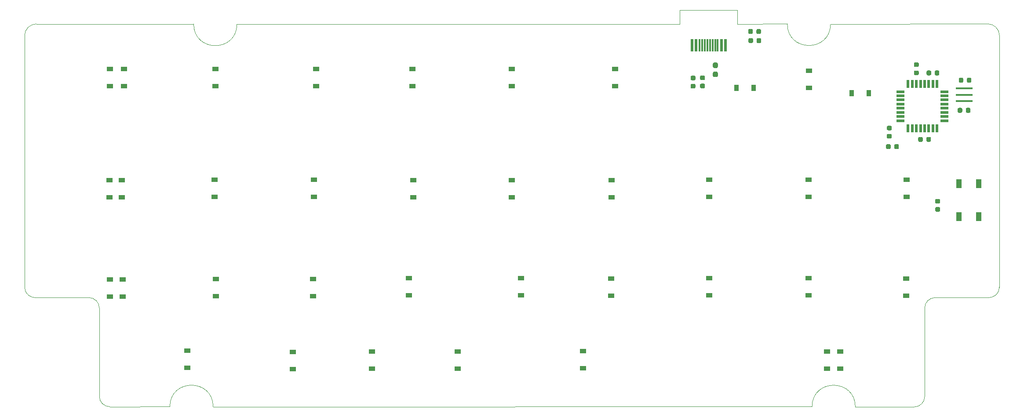
<source format=gbr>
G04 #@! TF.GenerationSoftware,KiCad,Pcbnew,(5.99.0-2555-g9cc6a77cc-dirty)*
G04 #@! TF.CreationDate,2020-09-08T07:39:34-05:00*
G04 #@! TF.ProjectId,_33,5f33332e-6b69-4636-9164-5f7063625858,rev?*
G04 #@! TF.SameCoordinates,Original*
G04 #@! TF.FileFunction,Paste,Bot*
G04 #@! TF.FilePolarity,Positive*
%FSLAX46Y46*%
G04 Gerber Fmt 4.6, Leading zero omitted, Abs format (unit mm)*
G04 Created by KiCad (PCBNEW (5.99.0-2555-g9cc6a77cc-dirty)) date 2020-09-08 07:39:34*
%MOMM*%
%LPD*%
G01*
G04 APERTURE LIST*
G04 #@! TA.AperFunction,Profile*
%ADD10C,0.050000*%
G04 #@! TD*
G04 #@! TA.AperFunction,Profile*
%ADD11C,0.100000*%
G04 #@! TD*
%ADD12R,1.200000X0.900000*%
%ADD13R,0.900000X1.200000*%
%ADD14R,1.000000X1.700000*%
%ADD15R,3.200000X0.400000*%
%ADD16R,0.600000X2.450000*%
%ADD17R,0.300000X2.450000*%
%ADD18R,1.600000X0.550000*%
%ADD19R,0.550000X1.600000*%
G04 APERTURE END LIST*
D10*
X241750000Y-48140000D02*
G75*
G02*
X244000199Y-50390199I0J-2250199D01*
G01*
X182420000Y-48160000D02*
X97178803Y-48212991D01*
X227600000Y-121950000D02*
X216250000Y-121940000D01*
X84250000Y-121887009D02*
X72680000Y-121910000D01*
X207910222Y-121897009D02*
G75*
G02*
X216250000Y-121940000I4169778J-42991D01*
G01*
X72680000Y-121910000D02*
G75*
G02*
X70670000Y-119900000I0J2010000D01*
G01*
X231620000Y-100890000D02*
X241980000Y-100890000D01*
X241980000Y-100890000D02*
G75*
G03*
X243990000Y-98880000I0J2010000D01*
G01*
X229610000Y-119940000D02*
X229610000Y-102900000D01*
X231620000Y-100890000D02*
G75*
G03*
X229610000Y-102900000I0J-2010000D01*
G01*
X227600000Y-121950000D02*
G75*
G03*
X229610000Y-119940000I0J2010000D01*
G01*
X56289801Y-50410000D02*
G75*
G02*
X58540000Y-48159801I2250199J0D01*
G01*
D11*
X56290000Y-98880000D02*
X56289801Y-50410000D01*
D10*
X68660000Y-100890000D02*
G75*
G02*
X70670000Y-102900000I0J-2010000D01*
G01*
X211489778Y-48182991D02*
G75*
G02*
X203150000Y-48140000I-4169778J42991D01*
G01*
X58540000Y-48159801D02*
X88839025Y-48170000D01*
X84250000Y-121887009D02*
G75*
G02*
X92589778Y-121930000I4169778J-42991D01*
G01*
D11*
X244000199Y-50390199D02*
X243990000Y-98880000D01*
D10*
X58300000Y-100890000D02*
G75*
G02*
X56290000Y-98880000I0J2010000D01*
G01*
X182420000Y-48160000D02*
X182420000Y-45500000D01*
X241750000Y-48140000D02*
X211489778Y-48182991D01*
D11*
X207910222Y-121897009D02*
X92589778Y-121930000D01*
D10*
X68660000Y-100890000D02*
X58300000Y-100890000D01*
X182420000Y-45500000D02*
X193510000Y-45500000D01*
X97178803Y-48212991D02*
G75*
G02*
X88839025Y-48170000I-4169778J42991D01*
G01*
X70670000Y-119900000D02*
X70670000Y-102900000D01*
X193510000Y-45500000D02*
X193510000Y-48160000D01*
X193510000Y-48160000D02*
X203150000Y-48140000D01*
G36*
G01*
X232425000Y-57343750D02*
X232425000Y-57856250D01*
G75*
G02*
X232206250Y-58075000I-218750J0D01*
G01*
X231768750Y-58075000D01*
G75*
G02*
X231550000Y-57856250I0J218750D01*
G01*
X231550000Y-57343750D01*
G75*
G02*
X231768750Y-57125000I218750J0D01*
G01*
X232206250Y-57125000D01*
G75*
G02*
X232425000Y-57343750I0J-218750D01*
G01*
G37*
G36*
G01*
X230850000Y-57343750D02*
X230850000Y-57856250D01*
G75*
G02*
X230631250Y-58075000I-218750J0D01*
G01*
X230193750Y-58075000D01*
G75*
G02*
X229975000Y-57856250I0J218750D01*
G01*
X229975000Y-57343750D01*
G75*
G02*
X230193750Y-57125000I218750J0D01*
G01*
X230631250Y-57125000D01*
G75*
G02*
X230850000Y-57343750I0J-218750D01*
G01*
G37*
G36*
G01*
X236162500Y-59256250D02*
X236162500Y-58743750D01*
G75*
G02*
X236381250Y-58525000I218750J0D01*
G01*
X236818750Y-58525000D01*
G75*
G02*
X237037500Y-58743750I0J-218750D01*
G01*
X237037500Y-59256250D01*
G75*
G02*
X236818750Y-59475000I-218750J0D01*
G01*
X236381250Y-59475000D01*
G75*
G02*
X236162500Y-59256250I0J218750D01*
G01*
G37*
G36*
G01*
X237737500Y-59256250D02*
X237737500Y-58743750D01*
G75*
G02*
X237956250Y-58525000I218750J0D01*
G01*
X238393750Y-58525000D01*
G75*
G02*
X238612500Y-58743750I0J-218750D01*
G01*
X238612500Y-59256250D01*
G75*
G02*
X238393750Y-59475000I-218750J0D01*
G01*
X237956250Y-59475000D01*
G75*
G02*
X237737500Y-59256250I0J218750D01*
G01*
G37*
G36*
G01*
X228256250Y-58025000D02*
X227743750Y-58025000D01*
G75*
G02*
X227525000Y-57806250I0J218750D01*
G01*
X227525000Y-57368750D01*
G75*
G02*
X227743750Y-57150000I218750J0D01*
G01*
X228256250Y-57150000D01*
G75*
G02*
X228475000Y-57368750I0J-218750D01*
G01*
X228475000Y-57806250D01*
G75*
G02*
X228256250Y-58025000I-218750J0D01*
G01*
G37*
G36*
G01*
X228256250Y-56450000D02*
X227743750Y-56450000D01*
G75*
G02*
X227525000Y-56231250I0J218750D01*
G01*
X227525000Y-55793750D01*
G75*
G02*
X227743750Y-55575000I218750J0D01*
G01*
X228256250Y-55575000D01*
G75*
G02*
X228475000Y-55793750I0J-218750D01*
G01*
X228475000Y-56231250D01*
G75*
G02*
X228256250Y-56450000I-218750J0D01*
G01*
G37*
G36*
G01*
X235962500Y-65056250D02*
X235962500Y-64543750D01*
G75*
G02*
X236181250Y-64325000I218750J0D01*
G01*
X236618750Y-64325000D01*
G75*
G02*
X236837500Y-64543750I0J-218750D01*
G01*
X236837500Y-65056250D01*
G75*
G02*
X236618750Y-65275000I-218750J0D01*
G01*
X236181250Y-65275000D01*
G75*
G02*
X235962500Y-65056250I0J218750D01*
G01*
G37*
G36*
G01*
X237537500Y-65056250D02*
X237537500Y-64543750D01*
G75*
G02*
X237756250Y-64325000I218750J0D01*
G01*
X238193750Y-64325000D01*
G75*
G02*
X238412500Y-64543750I0J-218750D01*
G01*
X238412500Y-65056250D01*
G75*
G02*
X238193750Y-65275000I-218750J0D01*
G01*
X237756250Y-65275000D01*
G75*
G02*
X237537500Y-65056250I0J218750D01*
G01*
G37*
G36*
G01*
X223056250Y-70225000D02*
X222543750Y-70225000D01*
G75*
G02*
X222325000Y-70006250I0J218750D01*
G01*
X222325000Y-69568750D01*
G75*
G02*
X222543750Y-69350000I218750J0D01*
G01*
X223056250Y-69350000D01*
G75*
G02*
X223275000Y-69568750I0J-218750D01*
G01*
X223275000Y-70006250D01*
G75*
G02*
X223056250Y-70225000I-218750J0D01*
G01*
G37*
G36*
G01*
X223056250Y-68650000D02*
X222543750Y-68650000D01*
G75*
G02*
X222325000Y-68431250I0J218750D01*
G01*
X222325000Y-67993750D01*
G75*
G02*
X222543750Y-67775000I218750J0D01*
G01*
X223056250Y-67775000D01*
G75*
G02*
X223275000Y-67993750I0J-218750D01*
G01*
X223275000Y-68431250D01*
G75*
G02*
X223056250Y-68650000I-218750J0D01*
G01*
G37*
G36*
G01*
X224625000Y-71543750D02*
X224625000Y-72056250D01*
G75*
G02*
X224406250Y-72275000I-218750J0D01*
G01*
X223968750Y-72275000D01*
G75*
G02*
X223750000Y-72056250I0J218750D01*
G01*
X223750000Y-71543750D01*
G75*
G02*
X223968750Y-71325000I218750J0D01*
G01*
X224406250Y-71325000D01*
G75*
G02*
X224625000Y-71543750I0J-218750D01*
G01*
G37*
G36*
G01*
X223050000Y-71543750D02*
X223050000Y-72056250D01*
G75*
G02*
X222831250Y-72275000I-218750J0D01*
G01*
X222393750Y-72275000D01*
G75*
G02*
X222175000Y-72056250I0J218750D01*
G01*
X222175000Y-71543750D01*
G75*
G02*
X222393750Y-71325000I218750J0D01*
G01*
X222831250Y-71325000D01*
G75*
G02*
X223050000Y-71543750I0J-218750D01*
G01*
G37*
D12*
X169350000Y-78240000D03*
X169350000Y-81540000D03*
X188100000Y-97180000D03*
X188100000Y-100480000D03*
X150110000Y-78260000D03*
X150110000Y-81560000D03*
X170000000Y-56850000D03*
X170000000Y-60150000D03*
X111850000Y-97350000D03*
X111850000Y-100650000D03*
X213360000Y-111250000D03*
X213360000Y-114550000D03*
X188080000Y-78210000D03*
X188080000Y-81510000D03*
X150080000Y-56850000D03*
X150080000Y-60150000D03*
X151900000Y-97130000D03*
X151900000Y-100430000D03*
X226120000Y-78150000D03*
X226120000Y-81450000D03*
X93000000Y-56850000D03*
X93000000Y-60150000D03*
X226030000Y-97230000D03*
X226030000Y-100530000D03*
X207280000Y-78200000D03*
X207280000Y-81500000D03*
D13*
X193350000Y-60500000D03*
X196650000Y-60500000D03*
D12*
X75170000Y-97380000D03*
X75170000Y-100680000D03*
X139700000Y-111290000D03*
X139700000Y-114590000D03*
X112030000Y-78190000D03*
X112030000Y-81490000D03*
X131000000Y-56850000D03*
X131000000Y-60150000D03*
X130260000Y-97150000D03*
X130260000Y-100450000D03*
X131160000Y-78230000D03*
X131160000Y-81530000D03*
D13*
X218820000Y-61500000D03*
X215520000Y-61500000D03*
D12*
X93090000Y-97350000D03*
X93090000Y-100650000D03*
X72640000Y-78280000D03*
X72640000Y-81580000D03*
X112380000Y-56850000D03*
X112380000Y-60150000D03*
X207240000Y-97180000D03*
X207240000Y-100480000D03*
X92830000Y-78190000D03*
X92830000Y-81490000D03*
X72750000Y-56850000D03*
X72750000Y-60150000D03*
X72690000Y-97380000D03*
X72690000Y-100680000D03*
X87630000Y-111100000D03*
X87630000Y-114400000D03*
X75020000Y-78280000D03*
X75020000Y-81580000D03*
X75380000Y-56850000D03*
X75380000Y-60150000D03*
X169230000Y-97260000D03*
X169230000Y-100560000D03*
G36*
G01*
X184733750Y-58135000D02*
X185246250Y-58135000D01*
G75*
G02*
X185465000Y-58353750I0J-218750D01*
G01*
X185465000Y-58791250D01*
G75*
G02*
X185246250Y-59010000I-218750J0D01*
G01*
X184733750Y-59010000D01*
G75*
G02*
X184515000Y-58791250I0J218750D01*
G01*
X184515000Y-58353750D01*
G75*
G02*
X184733750Y-58135000I218750J0D01*
G01*
G37*
G36*
G01*
X184733750Y-59710000D02*
X185246250Y-59710000D01*
G75*
G02*
X185465000Y-59928750I0J-218750D01*
G01*
X185465000Y-60366250D01*
G75*
G02*
X185246250Y-60585000I-218750J0D01*
G01*
X184733750Y-60585000D01*
G75*
G02*
X184515000Y-60366250I0J218750D01*
G01*
X184515000Y-59928750D01*
G75*
G02*
X184733750Y-59710000I218750J0D01*
G01*
G37*
G36*
G01*
X187086250Y-60545000D02*
X186573750Y-60545000D01*
G75*
G02*
X186355000Y-60326250I0J218750D01*
G01*
X186355000Y-59888750D01*
G75*
G02*
X186573750Y-59670000I218750J0D01*
G01*
X187086250Y-59670000D01*
G75*
G02*
X187305000Y-59888750I0J-218750D01*
G01*
X187305000Y-60326250D01*
G75*
G02*
X187086250Y-60545000I-218750J0D01*
G01*
G37*
G36*
G01*
X187086250Y-58970000D02*
X186573750Y-58970000D01*
G75*
G02*
X186355000Y-58751250I0J218750D01*
G01*
X186355000Y-58313750D01*
G75*
G02*
X186573750Y-58095000I218750J0D01*
G01*
X187086250Y-58095000D01*
G75*
G02*
X187305000Y-58313750I0J-218750D01*
G01*
X187305000Y-58751250D01*
G75*
G02*
X187086250Y-58970000I-218750J0D01*
G01*
G37*
G36*
G01*
X232356250Y-84325000D02*
X231843750Y-84325000D01*
G75*
G02*
X231625000Y-84106250I0J218750D01*
G01*
X231625000Y-83668750D01*
G75*
G02*
X231843750Y-83450000I218750J0D01*
G01*
X232356250Y-83450000D01*
G75*
G02*
X232575000Y-83668750I0J-218750D01*
G01*
X232575000Y-84106250D01*
G75*
G02*
X232356250Y-84325000I-218750J0D01*
G01*
G37*
G36*
G01*
X232356250Y-82750000D02*
X231843750Y-82750000D01*
G75*
G02*
X231625000Y-82531250I0J218750D01*
G01*
X231625000Y-82093750D01*
G75*
G02*
X231843750Y-81875000I218750J0D01*
G01*
X232356250Y-81875000D01*
G75*
G02*
X232575000Y-82093750I0J-218750D01*
G01*
X232575000Y-82531250D01*
G75*
G02*
X232356250Y-82750000I-218750J0D01*
G01*
G37*
G36*
G01*
X198127500Y-51113750D02*
X198127500Y-51626250D01*
G75*
G02*
X197908750Y-51845000I-218750J0D01*
G01*
X197471250Y-51845000D01*
G75*
G02*
X197252500Y-51626250I0J218750D01*
G01*
X197252500Y-51113750D01*
G75*
G02*
X197471250Y-50895000I218750J0D01*
G01*
X197908750Y-50895000D01*
G75*
G02*
X198127500Y-51113750I0J-218750D01*
G01*
G37*
G36*
G01*
X196552500Y-51113750D02*
X196552500Y-51626250D01*
G75*
G02*
X196333750Y-51845000I-218750J0D01*
G01*
X195896250Y-51845000D01*
G75*
G02*
X195677500Y-51626250I0J218750D01*
G01*
X195677500Y-51113750D01*
G75*
G02*
X195896250Y-50895000I218750J0D01*
G01*
X196333750Y-50895000D01*
G75*
G02*
X196552500Y-51113750I0J-218750D01*
G01*
G37*
G36*
G01*
X198087500Y-49353750D02*
X198087500Y-49866250D01*
G75*
G02*
X197868750Y-50085000I-218750J0D01*
G01*
X197431250Y-50085000D01*
G75*
G02*
X197212500Y-49866250I0J218750D01*
G01*
X197212500Y-49353750D01*
G75*
G02*
X197431250Y-49135000I218750J0D01*
G01*
X197868750Y-49135000D01*
G75*
G02*
X198087500Y-49353750I0J-218750D01*
G01*
G37*
G36*
G01*
X196512500Y-49353750D02*
X196512500Y-49866250D01*
G75*
G02*
X196293750Y-50085000I-218750J0D01*
G01*
X195856250Y-50085000D01*
G75*
G02*
X195637500Y-49866250I0J218750D01*
G01*
X195637500Y-49353750D01*
G75*
G02*
X195856250Y-49135000I218750J0D01*
G01*
X196293750Y-49135000D01*
G75*
G02*
X196512500Y-49353750I0J-218750D01*
G01*
G37*
G36*
G01*
X230812500Y-70143750D02*
X230812500Y-70656250D01*
G75*
G02*
X230593750Y-70875000I-218750J0D01*
G01*
X230156250Y-70875000D01*
G75*
G02*
X229937500Y-70656250I0J218750D01*
G01*
X229937500Y-70143750D01*
G75*
G02*
X230156250Y-69925000I218750J0D01*
G01*
X230593750Y-69925000D01*
G75*
G02*
X230812500Y-70143750I0J-218750D01*
G01*
G37*
G36*
G01*
X229237500Y-70143750D02*
X229237500Y-70656250D01*
G75*
G02*
X229018750Y-70875000I-218750J0D01*
G01*
X228581250Y-70875000D01*
G75*
G02*
X228362500Y-70656250I0J218750D01*
G01*
X228362500Y-70143750D01*
G75*
G02*
X228581250Y-69925000I218750J0D01*
G01*
X229018750Y-69925000D01*
G75*
G02*
X229237500Y-70143750I0J-218750D01*
G01*
G37*
D14*
X240000000Y-78950000D03*
X240000000Y-85250000D03*
X236200000Y-78950000D03*
X236200000Y-85250000D03*
D12*
X207300000Y-57150000D03*
X207300000Y-60450000D03*
D15*
X237200000Y-60600000D03*
X237200000Y-61800000D03*
X237200000Y-63000000D03*
G36*
G01*
X189537500Y-58400000D02*
X189062500Y-58400000D01*
G75*
G02*
X188825000Y-58162500I0J237500D01*
G01*
X188825000Y-57587500D01*
G75*
G02*
X189062500Y-57350000I237500J0D01*
G01*
X189537500Y-57350000D01*
G75*
G02*
X189775000Y-57587500I0J-237500D01*
G01*
X189775000Y-58162500D01*
G75*
G02*
X189537500Y-58400000I-237500J0D01*
G01*
G37*
G36*
G01*
X189537500Y-56650000D02*
X189062500Y-56650000D01*
G75*
G02*
X188825000Y-56412500I0J237500D01*
G01*
X188825000Y-55837500D01*
G75*
G02*
X189062500Y-55600000I237500J0D01*
G01*
X189537500Y-55600000D01*
G75*
G02*
X189775000Y-55837500I0J-237500D01*
G01*
X189775000Y-56412500D01*
G75*
G02*
X189537500Y-56650000I-237500J0D01*
G01*
G37*
D12*
X123190000Y-111250000D03*
X123190000Y-114550000D03*
X210820000Y-111250000D03*
X210820000Y-114550000D03*
D16*
X184785000Y-52265000D03*
X185560000Y-52265000D03*
D17*
X186260000Y-52265000D03*
X186760000Y-52265000D03*
X187260000Y-52265000D03*
X187760000Y-52265000D03*
X188260000Y-52265000D03*
X188760000Y-52265000D03*
X189260000Y-52265000D03*
X189760000Y-52265000D03*
D16*
X190460000Y-52265000D03*
X191235000Y-52265000D03*
D12*
X107950000Y-111380000D03*
X107950000Y-114680000D03*
D18*
X233450000Y-61200000D03*
X233450000Y-62000000D03*
X233450000Y-62800000D03*
X233450000Y-63600000D03*
X233450000Y-64400000D03*
X233450000Y-65200000D03*
X233450000Y-66000000D03*
X233450000Y-66800000D03*
D19*
X232000000Y-68250000D03*
X231200000Y-68250000D03*
X230400000Y-68250000D03*
X229600000Y-68250000D03*
X228800000Y-68250000D03*
X228000000Y-68250000D03*
X227200000Y-68250000D03*
X226400000Y-68250000D03*
D18*
X224950000Y-66800000D03*
X224950000Y-66000000D03*
X224950000Y-65200000D03*
X224950000Y-64400000D03*
X224950000Y-63600000D03*
X224950000Y-62800000D03*
X224950000Y-62000000D03*
X224950000Y-61200000D03*
D19*
X226400000Y-59750000D03*
X227200000Y-59750000D03*
X228000000Y-59750000D03*
X228800000Y-59750000D03*
X229600000Y-59750000D03*
X230400000Y-59750000D03*
X231200000Y-59750000D03*
X232000000Y-59750000D03*
D12*
X163843206Y-111231308D03*
X163843206Y-114531308D03*
M02*

</source>
